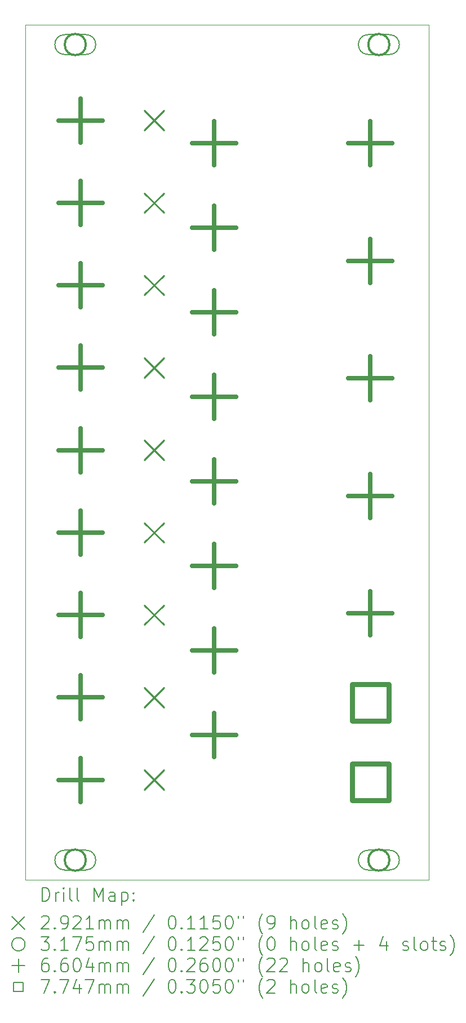
<source format=gbr>
%FSLAX45Y45*%
G04 Gerber Fmt 4.5, Leading zero omitted, Abs format (unit mm)*
G04 Created by KiCad (PCBNEW (5.99.0-12261-ga2c28b18a8)) date 2021-10-12 13:18:50*
%MOMM*%
%LPD*%
G01*
G04 APERTURE LIST*
%TA.AperFunction,Profile*%
%ADD10C,0.100000*%
%TD*%
%ADD11C,0.200000*%
%ADD12C,0.292100*%
%ADD13C,0.317500*%
%ADD14C,0.660400*%
%ADD15C,0.774700*%
G04 APERTURE END LIST*
D10*
X5963700Y881450D02*
X5963700Y-11968550D01*
X-96300Y881450D02*
X-96300Y-11968550D01*
X-96300Y881450D02*
X5963700Y881450D01*
X-96300Y-11968550D02*
X5963700Y-11968550D01*
D11*
D12*
X1689608Y-412750D02*
X1981708Y-704850D01*
X1981708Y-412750D02*
X1689608Y-704850D01*
X1689608Y-1651000D02*
X1981708Y-1943100D01*
X1981708Y-1651000D02*
X1689608Y-1943100D01*
X1689608Y-2889250D02*
X1981708Y-3181350D01*
X1981708Y-2889250D02*
X1689608Y-3181350D01*
X1689608Y-4127500D02*
X1981708Y-4419600D01*
X1981708Y-4127500D02*
X1689608Y-4419600D01*
X1689608Y-5365750D02*
X1981708Y-5657850D01*
X1981708Y-5365750D02*
X1689608Y-5657850D01*
X1689608Y-6604000D02*
X1981708Y-6896100D01*
X1981708Y-6604000D02*
X1689608Y-6896100D01*
X1689608Y-7842250D02*
X1981708Y-8134350D01*
X1981708Y-7842250D02*
X1689608Y-8134350D01*
X1689608Y-9080500D02*
X1981708Y-9372600D01*
X1981708Y-9080500D02*
X1689608Y-9372600D01*
X1689608Y-10318750D02*
X1981708Y-10610850D01*
X1981708Y-10318750D02*
X1689608Y-10610850D01*
D13*
X811750Y581730D02*
G75*
G03*
X811750Y581730I-158750J0D01*
G01*
D11*
X494250Y432980D02*
X811750Y432980D01*
X494250Y730480D02*
X811750Y730480D01*
X811750Y432980D02*
G75*
G03*
X811750Y730480I0J148750D01*
G01*
X494250Y730480D02*
G75*
G03*
X494250Y432980I0J-148750D01*
G01*
D13*
X811750Y-11668830D02*
G75*
G03*
X811750Y-11668830I-158750J0D01*
G01*
D11*
X494250Y-11817580D02*
X811750Y-11817580D01*
X494250Y-11520080D02*
X811750Y-11520080D01*
X811750Y-11817580D02*
G75*
G03*
X811750Y-11520080I0J148750D01*
G01*
X494250Y-11520080D02*
G75*
G03*
X494250Y-11817580I0J-148750D01*
G01*
D13*
X5373150Y581730D02*
G75*
G03*
X5373150Y581730I-158750J0D01*
G01*
D11*
X5055650Y432980D02*
X5373150Y432980D01*
X5055650Y730480D02*
X5373150Y730480D01*
X5373150Y432980D02*
G75*
G03*
X5373150Y730480I0J148750D01*
G01*
X5055650Y730480D02*
G75*
G03*
X5055650Y432980I0J-148750D01*
G01*
D13*
X5373150Y-11668830D02*
G75*
G03*
X5373150Y-11668830I-158750J0D01*
G01*
D11*
X5055650Y-11817580D02*
X5373150Y-11817580D01*
X5055650Y-11520080D02*
X5373150Y-11520080D01*
X5373150Y-11817580D02*
G75*
G03*
X5373150Y-11520080I0J148750D01*
G01*
X5055650Y-11520080D02*
G75*
G03*
X5055650Y-11817580I0J-148750D01*
G01*
D14*
X736600Y-228600D02*
X736600Y-889000D01*
X406400Y-558800D02*
X1066800Y-558800D01*
X736600Y-1466850D02*
X736600Y-2127250D01*
X406400Y-1797050D02*
X1066800Y-1797050D01*
X736600Y-2705100D02*
X736600Y-3365500D01*
X406400Y-3035300D02*
X1066800Y-3035300D01*
X736600Y-3943350D02*
X736600Y-4603750D01*
X406400Y-4273550D02*
X1066800Y-4273550D01*
X736600Y-5181600D02*
X736600Y-5842000D01*
X406400Y-5511800D02*
X1066800Y-5511800D01*
X736600Y-6419850D02*
X736600Y-7080250D01*
X406400Y-6750050D02*
X1066800Y-6750050D01*
X736600Y-7658100D02*
X736600Y-8318500D01*
X406400Y-7988300D02*
X1066800Y-7988300D01*
X736600Y-8896350D02*
X736600Y-9556750D01*
X406400Y-9226550D02*
X1066800Y-9226550D01*
X736600Y-10134600D02*
X736600Y-10795000D01*
X406400Y-10464800D02*
X1066800Y-10464800D01*
X2738120Y-572770D02*
X2738120Y-1233170D01*
X2407920Y-902970D02*
X3068320Y-902970D01*
X2738120Y-1842770D02*
X2738120Y-2503170D01*
X2407920Y-2172970D02*
X3068320Y-2172970D01*
X2738120Y-3112770D02*
X2738120Y-3773170D01*
X2407920Y-3442970D02*
X3068320Y-3442970D01*
X2738120Y-4382770D02*
X2738120Y-5043170D01*
X2407920Y-4712970D02*
X3068320Y-4712970D01*
X2738120Y-5652770D02*
X2738120Y-6313170D01*
X2407920Y-5982970D02*
X3068320Y-5982970D01*
X2738120Y-6922770D02*
X2738120Y-7583170D01*
X2407920Y-7252970D02*
X3068320Y-7252970D01*
X2738120Y-8192770D02*
X2738120Y-8853170D01*
X2407920Y-8522970D02*
X3068320Y-8522970D01*
X2738120Y-9462770D02*
X2738120Y-10123170D01*
X2407920Y-9792970D02*
X3068320Y-9792970D01*
X5087620Y-572770D02*
X5087620Y-1233170D01*
X4757420Y-902970D02*
X5417820Y-902970D01*
X5087620Y-2338070D02*
X5087620Y-2998470D01*
X4757420Y-2668270D02*
X5417820Y-2668270D01*
X5087620Y-4103370D02*
X5087620Y-4763770D01*
X4757420Y-4433570D02*
X5417820Y-4433570D01*
X5087620Y-5868670D02*
X5087620Y-6529070D01*
X4757420Y-6198870D02*
X5417820Y-6198870D01*
X5087620Y-7633970D02*
X5087620Y-8294370D01*
X4757420Y-7964170D02*
X5417820Y-7964170D01*
D15*
X5361520Y-9579190D02*
X5361520Y-9031390D01*
X4813720Y-9031390D01*
X4813720Y-9579190D01*
X5361520Y-9579190D01*
X5361520Y-10772990D02*
X5361520Y-10225190D01*
X4813720Y-10225190D01*
X4813720Y-10772990D01*
X5361520Y-10772990D01*
D11*
X156319Y-12284026D02*
X156319Y-12084026D01*
X203938Y-12084026D01*
X232509Y-12093550D01*
X251557Y-12112598D01*
X261081Y-12131645D01*
X270605Y-12169740D01*
X270605Y-12198312D01*
X261081Y-12236407D01*
X251557Y-12255455D01*
X232509Y-12274502D01*
X203938Y-12284026D01*
X156319Y-12284026D01*
X356319Y-12284026D02*
X356319Y-12150693D01*
X356319Y-12188788D02*
X365843Y-12169740D01*
X375367Y-12160217D01*
X394414Y-12150693D01*
X413462Y-12150693D01*
X480128Y-12284026D02*
X480128Y-12150693D01*
X480128Y-12084026D02*
X470605Y-12093550D01*
X480128Y-12103074D01*
X489652Y-12093550D01*
X480128Y-12084026D01*
X480128Y-12103074D01*
X603938Y-12284026D02*
X584890Y-12274502D01*
X575367Y-12255455D01*
X575367Y-12084026D01*
X708700Y-12284026D02*
X689652Y-12274502D01*
X680129Y-12255455D01*
X680129Y-12084026D01*
X937271Y-12284026D02*
X937271Y-12084026D01*
X1003938Y-12226883D01*
X1070605Y-12084026D01*
X1070605Y-12284026D01*
X1251557Y-12284026D02*
X1251557Y-12179264D01*
X1242033Y-12160217D01*
X1222986Y-12150693D01*
X1184890Y-12150693D01*
X1165843Y-12160217D01*
X1251557Y-12274502D02*
X1232510Y-12284026D01*
X1184890Y-12284026D01*
X1165843Y-12274502D01*
X1156319Y-12255455D01*
X1156319Y-12236407D01*
X1165843Y-12217359D01*
X1184890Y-12207836D01*
X1232510Y-12207836D01*
X1251557Y-12198312D01*
X1346795Y-12150693D02*
X1346795Y-12350693D01*
X1346795Y-12160217D02*
X1365843Y-12150693D01*
X1403938Y-12150693D01*
X1422986Y-12160217D01*
X1432509Y-12169740D01*
X1442033Y-12188788D01*
X1442033Y-12245931D01*
X1432509Y-12264978D01*
X1422986Y-12274502D01*
X1403938Y-12284026D01*
X1365843Y-12284026D01*
X1346795Y-12274502D01*
X1527748Y-12264978D02*
X1537271Y-12274502D01*
X1527748Y-12284026D01*
X1518224Y-12274502D01*
X1527748Y-12264978D01*
X1527748Y-12284026D01*
X1527748Y-12160217D02*
X1537271Y-12169740D01*
X1527748Y-12179264D01*
X1518224Y-12169740D01*
X1527748Y-12160217D01*
X1527748Y-12179264D01*
X-301300Y-12513550D02*
X-101300Y-12713550D01*
X-101300Y-12513550D02*
X-301300Y-12713550D01*
X146795Y-12523074D02*
X156319Y-12513550D01*
X175367Y-12504026D01*
X222986Y-12504026D01*
X242033Y-12513550D01*
X251557Y-12523074D01*
X261081Y-12542121D01*
X261081Y-12561169D01*
X251557Y-12589740D01*
X137271Y-12704026D01*
X261081Y-12704026D01*
X346795Y-12684978D02*
X356319Y-12694502D01*
X346795Y-12704026D01*
X337271Y-12694502D01*
X346795Y-12684978D01*
X346795Y-12704026D01*
X451557Y-12704026D02*
X489652Y-12704026D01*
X508700Y-12694502D01*
X518224Y-12684978D01*
X537271Y-12656407D01*
X546795Y-12618312D01*
X546795Y-12542121D01*
X537271Y-12523074D01*
X527748Y-12513550D01*
X508700Y-12504026D01*
X470605Y-12504026D01*
X451557Y-12513550D01*
X442033Y-12523074D01*
X432509Y-12542121D01*
X432509Y-12589740D01*
X442033Y-12608788D01*
X451557Y-12618312D01*
X470605Y-12627836D01*
X508700Y-12627836D01*
X527748Y-12618312D01*
X537271Y-12608788D01*
X546795Y-12589740D01*
X622986Y-12523074D02*
X632510Y-12513550D01*
X651557Y-12504026D01*
X699176Y-12504026D01*
X718224Y-12513550D01*
X727748Y-12523074D01*
X737271Y-12542121D01*
X737271Y-12561169D01*
X727748Y-12589740D01*
X613462Y-12704026D01*
X737271Y-12704026D01*
X927748Y-12704026D02*
X813462Y-12704026D01*
X870605Y-12704026D02*
X870605Y-12504026D01*
X851557Y-12532598D01*
X832509Y-12551645D01*
X813462Y-12561169D01*
X1013462Y-12704026D02*
X1013462Y-12570693D01*
X1013462Y-12589740D02*
X1022986Y-12580217D01*
X1042033Y-12570693D01*
X1070605Y-12570693D01*
X1089652Y-12580217D01*
X1099176Y-12599264D01*
X1099176Y-12704026D01*
X1099176Y-12599264D02*
X1108700Y-12580217D01*
X1127748Y-12570693D01*
X1156319Y-12570693D01*
X1175367Y-12580217D01*
X1184890Y-12599264D01*
X1184890Y-12704026D01*
X1280129Y-12704026D02*
X1280129Y-12570693D01*
X1280129Y-12589740D02*
X1289652Y-12580217D01*
X1308700Y-12570693D01*
X1337271Y-12570693D01*
X1356319Y-12580217D01*
X1365843Y-12599264D01*
X1365843Y-12704026D01*
X1365843Y-12599264D02*
X1375367Y-12580217D01*
X1394414Y-12570693D01*
X1422986Y-12570693D01*
X1442033Y-12580217D01*
X1451557Y-12599264D01*
X1451557Y-12704026D01*
X1842033Y-12494502D02*
X1670605Y-12751645D01*
X2099176Y-12504026D02*
X2118224Y-12504026D01*
X2137271Y-12513550D01*
X2146795Y-12523074D01*
X2156319Y-12542121D01*
X2165843Y-12580217D01*
X2165843Y-12627836D01*
X2156319Y-12665931D01*
X2146795Y-12684978D01*
X2137271Y-12694502D01*
X2118224Y-12704026D01*
X2099176Y-12704026D01*
X2080128Y-12694502D01*
X2070605Y-12684978D01*
X2061081Y-12665931D01*
X2051557Y-12627836D01*
X2051557Y-12580217D01*
X2061081Y-12542121D01*
X2070605Y-12523074D01*
X2080128Y-12513550D01*
X2099176Y-12504026D01*
X2251557Y-12684978D02*
X2261081Y-12694502D01*
X2251557Y-12704026D01*
X2242033Y-12694502D01*
X2251557Y-12684978D01*
X2251557Y-12704026D01*
X2451557Y-12704026D02*
X2337271Y-12704026D01*
X2394414Y-12704026D02*
X2394414Y-12504026D01*
X2375367Y-12532598D01*
X2356319Y-12551645D01*
X2337271Y-12561169D01*
X2642033Y-12704026D02*
X2527748Y-12704026D01*
X2584890Y-12704026D02*
X2584890Y-12504026D01*
X2565843Y-12532598D01*
X2546795Y-12551645D01*
X2527748Y-12561169D01*
X2822986Y-12504026D02*
X2727748Y-12504026D01*
X2718224Y-12599264D01*
X2727748Y-12589740D01*
X2746795Y-12580217D01*
X2794414Y-12580217D01*
X2813462Y-12589740D01*
X2822986Y-12599264D01*
X2832509Y-12618312D01*
X2832509Y-12665931D01*
X2822986Y-12684978D01*
X2813462Y-12694502D01*
X2794414Y-12704026D01*
X2746795Y-12704026D01*
X2727748Y-12694502D01*
X2718224Y-12684978D01*
X2956319Y-12504026D02*
X2975367Y-12504026D01*
X2994414Y-12513550D01*
X3003938Y-12523074D01*
X3013462Y-12542121D01*
X3022986Y-12580217D01*
X3022986Y-12627836D01*
X3013462Y-12665931D01*
X3003938Y-12684978D01*
X2994414Y-12694502D01*
X2975367Y-12704026D01*
X2956319Y-12704026D01*
X2937271Y-12694502D01*
X2927748Y-12684978D01*
X2918224Y-12665931D01*
X2908700Y-12627836D01*
X2908700Y-12580217D01*
X2918224Y-12542121D01*
X2927748Y-12523074D01*
X2937271Y-12513550D01*
X2956319Y-12504026D01*
X3099176Y-12504026D02*
X3099176Y-12542121D01*
X3175367Y-12504026D02*
X3175367Y-12542121D01*
X3470605Y-12780217D02*
X3461081Y-12770693D01*
X3442033Y-12742121D01*
X3432509Y-12723074D01*
X3422986Y-12694502D01*
X3413462Y-12646883D01*
X3413462Y-12608788D01*
X3422986Y-12561169D01*
X3432509Y-12532598D01*
X3442033Y-12513550D01*
X3461081Y-12484978D01*
X3470605Y-12475455D01*
X3556319Y-12704026D02*
X3594414Y-12704026D01*
X3613462Y-12694502D01*
X3622986Y-12684978D01*
X3642033Y-12656407D01*
X3651557Y-12618312D01*
X3651557Y-12542121D01*
X3642033Y-12523074D01*
X3632509Y-12513550D01*
X3613462Y-12504026D01*
X3575367Y-12504026D01*
X3556319Y-12513550D01*
X3546795Y-12523074D01*
X3537271Y-12542121D01*
X3537271Y-12589740D01*
X3546795Y-12608788D01*
X3556319Y-12618312D01*
X3575367Y-12627836D01*
X3613462Y-12627836D01*
X3632509Y-12618312D01*
X3642033Y-12608788D01*
X3651557Y-12589740D01*
X3889652Y-12704026D02*
X3889652Y-12504026D01*
X3975367Y-12704026D02*
X3975367Y-12599264D01*
X3965843Y-12580217D01*
X3946795Y-12570693D01*
X3918224Y-12570693D01*
X3899176Y-12580217D01*
X3889652Y-12589740D01*
X4099176Y-12704026D02*
X4080128Y-12694502D01*
X4070605Y-12684978D01*
X4061081Y-12665931D01*
X4061081Y-12608788D01*
X4070605Y-12589740D01*
X4080128Y-12580217D01*
X4099176Y-12570693D01*
X4127748Y-12570693D01*
X4146795Y-12580217D01*
X4156319Y-12589740D01*
X4165843Y-12608788D01*
X4165843Y-12665931D01*
X4156319Y-12684978D01*
X4146795Y-12694502D01*
X4127748Y-12704026D01*
X4099176Y-12704026D01*
X4280129Y-12704026D02*
X4261081Y-12694502D01*
X4251557Y-12675455D01*
X4251557Y-12504026D01*
X4432510Y-12694502D02*
X4413462Y-12704026D01*
X4375367Y-12704026D01*
X4356319Y-12694502D01*
X4346795Y-12675455D01*
X4346795Y-12599264D01*
X4356319Y-12580217D01*
X4375367Y-12570693D01*
X4413462Y-12570693D01*
X4432510Y-12580217D01*
X4442033Y-12599264D01*
X4442033Y-12618312D01*
X4346795Y-12637359D01*
X4518224Y-12694502D02*
X4537271Y-12704026D01*
X4575367Y-12704026D01*
X4594414Y-12694502D01*
X4603938Y-12675455D01*
X4603938Y-12665931D01*
X4594414Y-12646883D01*
X4575367Y-12637359D01*
X4546795Y-12637359D01*
X4527748Y-12627836D01*
X4518224Y-12608788D01*
X4518224Y-12599264D01*
X4527748Y-12580217D01*
X4546795Y-12570693D01*
X4575367Y-12570693D01*
X4594414Y-12580217D01*
X4670605Y-12780217D02*
X4680129Y-12770693D01*
X4699176Y-12742121D01*
X4708700Y-12723074D01*
X4718224Y-12694502D01*
X4727748Y-12646883D01*
X4727748Y-12608788D01*
X4718224Y-12561169D01*
X4708700Y-12532598D01*
X4699176Y-12513550D01*
X4680129Y-12484978D01*
X4670605Y-12475455D01*
X-101300Y-12933550D02*
G75*
G03*
X-101300Y-12933550I-100000J0D01*
G01*
X137271Y-12824026D02*
X261081Y-12824026D01*
X194414Y-12900217D01*
X222986Y-12900217D01*
X242033Y-12909740D01*
X251557Y-12919264D01*
X261081Y-12938312D01*
X261081Y-12985931D01*
X251557Y-13004978D01*
X242033Y-13014502D01*
X222986Y-13024026D01*
X165843Y-13024026D01*
X146795Y-13014502D01*
X137271Y-13004978D01*
X346795Y-13004978D02*
X356319Y-13014502D01*
X346795Y-13024026D01*
X337271Y-13014502D01*
X346795Y-13004978D01*
X346795Y-13024026D01*
X546795Y-13024026D02*
X432509Y-13024026D01*
X489652Y-13024026D02*
X489652Y-12824026D01*
X470605Y-12852598D01*
X451557Y-12871645D01*
X432509Y-12881169D01*
X613462Y-12824026D02*
X746795Y-12824026D01*
X661081Y-13024026D01*
X918224Y-12824026D02*
X822986Y-12824026D01*
X813462Y-12919264D01*
X822986Y-12909740D01*
X842033Y-12900217D01*
X889652Y-12900217D01*
X908700Y-12909740D01*
X918224Y-12919264D01*
X927748Y-12938312D01*
X927748Y-12985931D01*
X918224Y-13004978D01*
X908700Y-13014502D01*
X889652Y-13024026D01*
X842033Y-13024026D01*
X822986Y-13014502D01*
X813462Y-13004978D01*
X1013462Y-13024026D02*
X1013462Y-12890693D01*
X1013462Y-12909740D02*
X1022986Y-12900217D01*
X1042033Y-12890693D01*
X1070605Y-12890693D01*
X1089652Y-12900217D01*
X1099176Y-12919264D01*
X1099176Y-13024026D01*
X1099176Y-12919264D02*
X1108700Y-12900217D01*
X1127748Y-12890693D01*
X1156319Y-12890693D01*
X1175367Y-12900217D01*
X1184890Y-12919264D01*
X1184890Y-13024026D01*
X1280129Y-13024026D02*
X1280129Y-12890693D01*
X1280129Y-12909740D02*
X1289652Y-12900217D01*
X1308700Y-12890693D01*
X1337271Y-12890693D01*
X1356319Y-12900217D01*
X1365843Y-12919264D01*
X1365843Y-13024026D01*
X1365843Y-12919264D02*
X1375367Y-12900217D01*
X1394414Y-12890693D01*
X1422986Y-12890693D01*
X1442033Y-12900217D01*
X1451557Y-12919264D01*
X1451557Y-13024026D01*
X1842033Y-12814502D02*
X1670605Y-13071645D01*
X2099176Y-12824026D02*
X2118224Y-12824026D01*
X2137271Y-12833550D01*
X2146795Y-12843074D01*
X2156319Y-12862121D01*
X2165843Y-12900217D01*
X2165843Y-12947836D01*
X2156319Y-12985931D01*
X2146795Y-13004978D01*
X2137271Y-13014502D01*
X2118224Y-13024026D01*
X2099176Y-13024026D01*
X2080128Y-13014502D01*
X2070605Y-13004978D01*
X2061081Y-12985931D01*
X2051557Y-12947836D01*
X2051557Y-12900217D01*
X2061081Y-12862121D01*
X2070605Y-12843074D01*
X2080128Y-12833550D01*
X2099176Y-12824026D01*
X2251557Y-13004978D02*
X2261081Y-13014502D01*
X2251557Y-13024026D01*
X2242033Y-13014502D01*
X2251557Y-13004978D01*
X2251557Y-13024026D01*
X2451557Y-13024026D02*
X2337271Y-13024026D01*
X2394414Y-13024026D02*
X2394414Y-12824026D01*
X2375367Y-12852598D01*
X2356319Y-12871645D01*
X2337271Y-12881169D01*
X2527748Y-12843074D02*
X2537271Y-12833550D01*
X2556319Y-12824026D01*
X2603938Y-12824026D01*
X2622986Y-12833550D01*
X2632510Y-12843074D01*
X2642033Y-12862121D01*
X2642033Y-12881169D01*
X2632510Y-12909740D01*
X2518224Y-13024026D01*
X2642033Y-13024026D01*
X2822986Y-12824026D02*
X2727748Y-12824026D01*
X2718224Y-12919264D01*
X2727748Y-12909740D01*
X2746795Y-12900217D01*
X2794414Y-12900217D01*
X2813462Y-12909740D01*
X2822986Y-12919264D01*
X2832509Y-12938312D01*
X2832509Y-12985931D01*
X2822986Y-13004978D01*
X2813462Y-13014502D01*
X2794414Y-13024026D01*
X2746795Y-13024026D01*
X2727748Y-13014502D01*
X2718224Y-13004978D01*
X2956319Y-12824026D02*
X2975367Y-12824026D01*
X2994414Y-12833550D01*
X3003938Y-12843074D01*
X3013462Y-12862121D01*
X3022986Y-12900217D01*
X3022986Y-12947836D01*
X3013462Y-12985931D01*
X3003938Y-13004978D01*
X2994414Y-13014502D01*
X2975367Y-13024026D01*
X2956319Y-13024026D01*
X2937271Y-13014502D01*
X2927748Y-13004978D01*
X2918224Y-12985931D01*
X2908700Y-12947836D01*
X2908700Y-12900217D01*
X2918224Y-12862121D01*
X2927748Y-12843074D01*
X2937271Y-12833550D01*
X2956319Y-12824026D01*
X3099176Y-12824026D02*
X3099176Y-12862121D01*
X3175367Y-12824026D02*
X3175367Y-12862121D01*
X3470605Y-13100217D02*
X3461081Y-13090693D01*
X3442033Y-13062121D01*
X3432509Y-13043074D01*
X3422986Y-13014502D01*
X3413462Y-12966883D01*
X3413462Y-12928788D01*
X3422986Y-12881169D01*
X3432509Y-12852598D01*
X3442033Y-12833550D01*
X3461081Y-12804978D01*
X3470605Y-12795455D01*
X3584890Y-12824026D02*
X3603938Y-12824026D01*
X3622986Y-12833550D01*
X3632509Y-12843074D01*
X3642033Y-12862121D01*
X3651557Y-12900217D01*
X3651557Y-12947836D01*
X3642033Y-12985931D01*
X3632509Y-13004978D01*
X3622986Y-13014502D01*
X3603938Y-13024026D01*
X3584890Y-13024026D01*
X3565843Y-13014502D01*
X3556319Y-13004978D01*
X3546795Y-12985931D01*
X3537271Y-12947836D01*
X3537271Y-12900217D01*
X3546795Y-12862121D01*
X3556319Y-12843074D01*
X3565843Y-12833550D01*
X3584890Y-12824026D01*
X3889652Y-13024026D02*
X3889652Y-12824026D01*
X3975367Y-13024026D02*
X3975367Y-12919264D01*
X3965843Y-12900217D01*
X3946795Y-12890693D01*
X3918224Y-12890693D01*
X3899176Y-12900217D01*
X3889652Y-12909740D01*
X4099176Y-13024026D02*
X4080128Y-13014502D01*
X4070605Y-13004978D01*
X4061081Y-12985931D01*
X4061081Y-12928788D01*
X4070605Y-12909740D01*
X4080128Y-12900217D01*
X4099176Y-12890693D01*
X4127748Y-12890693D01*
X4146795Y-12900217D01*
X4156319Y-12909740D01*
X4165843Y-12928788D01*
X4165843Y-12985931D01*
X4156319Y-13004978D01*
X4146795Y-13014502D01*
X4127748Y-13024026D01*
X4099176Y-13024026D01*
X4280129Y-13024026D02*
X4261081Y-13014502D01*
X4251557Y-12995455D01*
X4251557Y-12824026D01*
X4432510Y-13014502D02*
X4413462Y-13024026D01*
X4375367Y-13024026D01*
X4356319Y-13014502D01*
X4346795Y-12995455D01*
X4346795Y-12919264D01*
X4356319Y-12900217D01*
X4375367Y-12890693D01*
X4413462Y-12890693D01*
X4432510Y-12900217D01*
X4442033Y-12919264D01*
X4442033Y-12938312D01*
X4346795Y-12957359D01*
X4518224Y-13014502D02*
X4537271Y-13024026D01*
X4575367Y-13024026D01*
X4594414Y-13014502D01*
X4603938Y-12995455D01*
X4603938Y-12985931D01*
X4594414Y-12966883D01*
X4575367Y-12957359D01*
X4546795Y-12957359D01*
X4527748Y-12947836D01*
X4518224Y-12928788D01*
X4518224Y-12919264D01*
X4527748Y-12900217D01*
X4546795Y-12890693D01*
X4575367Y-12890693D01*
X4594414Y-12900217D01*
X4842033Y-12947836D02*
X4994414Y-12947836D01*
X4918224Y-13024026D02*
X4918224Y-12871645D01*
X5327748Y-12890693D02*
X5327748Y-13024026D01*
X5280129Y-12814502D02*
X5232510Y-12957359D01*
X5356319Y-12957359D01*
X5575367Y-13014502D02*
X5594414Y-13024026D01*
X5632509Y-13024026D01*
X5651557Y-13014502D01*
X5661081Y-12995455D01*
X5661081Y-12985931D01*
X5651557Y-12966883D01*
X5632509Y-12957359D01*
X5603938Y-12957359D01*
X5584890Y-12947836D01*
X5575367Y-12928788D01*
X5575367Y-12919264D01*
X5584890Y-12900217D01*
X5603938Y-12890693D01*
X5632509Y-12890693D01*
X5651557Y-12900217D01*
X5775367Y-13024026D02*
X5756319Y-13014502D01*
X5746795Y-12995455D01*
X5746795Y-12824026D01*
X5880128Y-13024026D02*
X5861081Y-13014502D01*
X5851557Y-13004978D01*
X5842033Y-12985931D01*
X5842033Y-12928788D01*
X5851557Y-12909740D01*
X5861081Y-12900217D01*
X5880128Y-12890693D01*
X5908700Y-12890693D01*
X5927748Y-12900217D01*
X5937271Y-12909740D01*
X5946795Y-12928788D01*
X5946795Y-12985931D01*
X5937271Y-13004978D01*
X5927748Y-13014502D01*
X5908700Y-13024026D01*
X5880128Y-13024026D01*
X6003938Y-12890693D02*
X6080128Y-12890693D01*
X6032509Y-12824026D02*
X6032509Y-12995455D01*
X6042033Y-13014502D01*
X6061081Y-13024026D01*
X6080128Y-13024026D01*
X6137271Y-13014502D02*
X6156319Y-13024026D01*
X6194414Y-13024026D01*
X6213462Y-13014502D01*
X6222986Y-12995455D01*
X6222986Y-12985931D01*
X6213462Y-12966883D01*
X6194414Y-12957359D01*
X6165843Y-12957359D01*
X6146795Y-12947836D01*
X6137271Y-12928788D01*
X6137271Y-12919264D01*
X6146795Y-12900217D01*
X6165843Y-12890693D01*
X6194414Y-12890693D01*
X6213462Y-12900217D01*
X6289652Y-13100217D02*
X6299176Y-13090693D01*
X6318224Y-13062121D01*
X6327748Y-13043074D01*
X6337271Y-13014502D01*
X6346795Y-12966883D01*
X6346795Y-12928788D01*
X6337271Y-12881169D01*
X6327748Y-12852598D01*
X6318224Y-12833550D01*
X6299176Y-12804978D01*
X6289652Y-12795455D01*
X-201300Y-13153550D02*
X-201300Y-13353550D01*
X-301300Y-13253550D02*
X-101300Y-13253550D01*
X242033Y-13144026D02*
X203938Y-13144026D01*
X184890Y-13153550D01*
X175367Y-13163074D01*
X156319Y-13191645D01*
X146795Y-13229740D01*
X146795Y-13305931D01*
X156319Y-13324978D01*
X165843Y-13334502D01*
X184890Y-13344026D01*
X222986Y-13344026D01*
X242033Y-13334502D01*
X251557Y-13324978D01*
X261081Y-13305931D01*
X261081Y-13258312D01*
X251557Y-13239264D01*
X242033Y-13229740D01*
X222986Y-13220217D01*
X184890Y-13220217D01*
X165843Y-13229740D01*
X156319Y-13239264D01*
X146795Y-13258312D01*
X346795Y-13324978D02*
X356319Y-13334502D01*
X346795Y-13344026D01*
X337271Y-13334502D01*
X346795Y-13324978D01*
X346795Y-13344026D01*
X527748Y-13144026D02*
X489652Y-13144026D01*
X470605Y-13153550D01*
X461081Y-13163074D01*
X442033Y-13191645D01*
X432509Y-13229740D01*
X432509Y-13305931D01*
X442033Y-13324978D01*
X451557Y-13334502D01*
X470605Y-13344026D01*
X508700Y-13344026D01*
X527748Y-13334502D01*
X537271Y-13324978D01*
X546795Y-13305931D01*
X546795Y-13258312D01*
X537271Y-13239264D01*
X527748Y-13229740D01*
X508700Y-13220217D01*
X470605Y-13220217D01*
X451557Y-13229740D01*
X442033Y-13239264D01*
X432509Y-13258312D01*
X670605Y-13144026D02*
X689652Y-13144026D01*
X708700Y-13153550D01*
X718224Y-13163074D01*
X727748Y-13182121D01*
X737271Y-13220217D01*
X737271Y-13267836D01*
X727748Y-13305931D01*
X718224Y-13324978D01*
X708700Y-13334502D01*
X689652Y-13344026D01*
X670605Y-13344026D01*
X651557Y-13334502D01*
X642033Y-13324978D01*
X632510Y-13305931D01*
X622986Y-13267836D01*
X622986Y-13220217D01*
X632510Y-13182121D01*
X642033Y-13163074D01*
X651557Y-13153550D01*
X670605Y-13144026D01*
X908700Y-13210693D02*
X908700Y-13344026D01*
X861081Y-13134502D02*
X813462Y-13277359D01*
X937271Y-13277359D01*
X1013462Y-13344026D02*
X1013462Y-13210693D01*
X1013462Y-13229740D02*
X1022986Y-13220217D01*
X1042033Y-13210693D01*
X1070605Y-13210693D01*
X1089652Y-13220217D01*
X1099176Y-13239264D01*
X1099176Y-13344026D01*
X1099176Y-13239264D02*
X1108700Y-13220217D01*
X1127748Y-13210693D01*
X1156319Y-13210693D01*
X1175367Y-13220217D01*
X1184890Y-13239264D01*
X1184890Y-13344026D01*
X1280129Y-13344026D02*
X1280129Y-13210693D01*
X1280129Y-13229740D02*
X1289652Y-13220217D01*
X1308700Y-13210693D01*
X1337271Y-13210693D01*
X1356319Y-13220217D01*
X1365843Y-13239264D01*
X1365843Y-13344026D01*
X1365843Y-13239264D02*
X1375367Y-13220217D01*
X1394414Y-13210693D01*
X1422986Y-13210693D01*
X1442033Y-13220217D01*
X1451557Y-13239264D01*
X1451557Y-13344026D01*
X1842033Y-13134502D02*
X1670605Y-13391645D01*
X2099176Y-13144026D02*
X2118224Y-13144026D01*
X2137271Y-13153550D01*
X2146795Y-13163074D01*
X2156319Y-13182121D01*
X2165843Y-13220217D01*
X2165843Y-13267836D01*
X2156319Y-13305931D01*
X2146795Y-13324978D01*
X2137271Y-13334502D01*
X2118224Y-13344026D01*
X2099176Y-13344026D01*
X2080128Y-13334502D01*
X2070605Y-13324978D01*
X2061081Y-13305931D01*
X2051557Y-13267836D01*
X2051557Y-13220217D01*
X2061081Y-13182121D01*
X2070605Y-13163074D01*
X2080128Y-13153550D01*
X2099176Y-13144026D01*
X2251557Y-13324978D02*
X2261081Y-13334502D01*
X2251557Y-13344026D01*
X2242033Y-13334502D01*
X2251557Y-13324978D01*
X2251557Y-13344026D01*
X2337271Y-13163074D02*
X2346795Y-13153550D01*
X2365843Y-13144026D01*
X2413462Y-13144026D01*
X2432510Y-13153550D01*
X2442033Y-13163074D01*
X2451557Y-13182121D01*
X2451557Y-13201169D01*
X2442033Y-13229740D01*
X2327748Y-13344026D01*
X2451557Y-13344026D01*
X2622986Y-13144026D02*
X2584890Y-13144026D01*
X2565843Y-13153550D01*
X2556319Y-13163074D01*
X2537271Y-13191645D01*
X2527748Y-13229740D01*
X2527748Y-13305931D01*
X2537271Y-13324978D01*
X2546795Y-13334502D01*
X2565843Y-13344026D01*
X2603938Y-13344026D01*
X2622986Y-13334502D01*
X2632510Y-13324978D01*
X2642033Y-13305931D01*
X2642033Y-13258312D01*
X2632510Y-13239264D01*
X2622986Y-13229740D01*
X2603938Y-13220217D01*
X2565843Y-13220217D01*
X2546795Y-13229740D01*
X2537271Y-13239264D01*
X2527748Y-13258312D01*
X2765843Y-13144026D02*
X2784890Y-13144026D01*
X2803938Y-13153550D01*
X2813462Y-13163074D01*
X2822986Y-13182121D01*
X2832509Y-13220217D01*
X2832509Y-13267836D01*
X2822986Y-13305931D01*
X2813462Y-13324978D01*
X2803938Y-13334502D01*
X2784890Y-13344026D01*
X2765843Y-13344026D01*
X2746795Y-13334502D01*
X2737271Y-13324978D01*
X2727748Y-13305931D01*
X2718224Y-13267836D01*
X2718224Y-13220217D01*
X2727748Y-13182121D01*
X2737271Y-13163074D01*
X2746795Y-13153550D01*
X2765843Y-13144026D01*
X2956319Y-13144026D02*
X2975367Y-13144026D01*
X2994414Y-13153550D01*
X3003938Y-13163074D01*
X3013462Y-13182121D01*
X3022986Y-13220217D01*
X3022986Y-13267836D01*
X3013462Y-13305931D01*
X3003938Y-13324978D01*
X2994414Y-13334502D01*
X2975367Y-13344026D01*
X2956319Y-13344026D01*
X2937271Y-13334502D01*
X2927748Y-13324978D01*
X2918224Y-13305931D01*
X2908700Y-13267836D01*
X2908700Y-13220217D01*
X2918224Y-13182121D01*
X2927748Y-13163074D01*
X2937271Y-13153550D01*
X2956319Y-13144026D01*
X3099176Y-13144026D02*
X3099176Y-13182121D01*
X3175367Y-13144026D02*
X3175367Y-13182121D01*
X3470605Y-13420217D02*
X3461081Y-13410693D01*
X3442033Y-13382121D01*
X3432509Y-13363074D01*
X3422986Y-13334502D01*
X3413462Y-13286883D01*
X3413462Y-13248788D01*
X3422986Y-13201169D01*
X3432509Y-13172598D01*
X3442033Y-13153550D01*
X3461081Y-13124978D01*
X3470605Y-13115455D01*
X3537271Y-13163074D02*
X3546795Y-13153550D01*
X3565843Y-13144026D01*
X3613462Y-13144026D01*
X3632509Y-13153550D01*
X3642033Y-13163074D01*
X3651557Y-13182121D01*
X3651557Y-13201169D01*
X3642033Y-13229740D01*
X3527748Y-13344026D01*
X3651557Y-13344026D01*
X3727748Y-13163074D02*
X3737271Y-13153550D01*
X3756319Y-13144026D01*
X3803938Y-13144026D01*
X3822986Y-13153550D01*
X3832509Y-13163074D01*
X3842033Y-13182121D01*
X3842033Y-13201169D01*
X3832509Y-13229740D01*
X3718224Y-13344026D01*
X3842033Y-13344026D01*
X4080128Y-13344026D02*
X4080128Y-13144026D01*
X4165843Y-13344026D02*
X4165843Y-13239264D01*
X4156319Y-13220217D01*
X4137271Y-13210693D01*
X4108700Y-13210693D01*
X4089652Y-13220217D01*
X4080128Y-13229740D01*
X4289652Y-13344026D02*
X4270605Y-13334502D01*
X4261081Y-13324978D01*
X4251557Y-13305931D01*
X4251557Y-13248788D01*
X4261081Y-13229740D01*
X4270605Y-13220217D01*
X4289652Y-13210693D01*
X4318224Y-13210693D01*
X4337271Y-13220217D01*
X4346795Y-13229740D01*
X4356319Y-13248788D01*
X4356319Y-13305931D01*
X4346795Y-13324978D01*
X4337271Y-13334502D01*
X4318224Y-13344026D01*
X4289652Y-13344026D01*
X4470605Y-13344026D02*
X4451557Y-13334502D01*
X4442033Y-13315455D01*
X4442033Y-13144026D01*
X4622986Y-13334502D02*
X4603938Y-13344026D01*
X4565843Y-13344026D01*
X4546795Y-13334502D01*
X4537271Y-13315455D01*
X4537271Y-13239264D01*
X4546795Y-13220217D01*
X4565843Y-13210693D01*
X4603938Y-13210693D01*
X4622986Y-13220217D01*
X4632510Y-13239264D01*
X4632510Y-13258312D01*
X4537271Y-13277359D01*
X4708700Y-13334502D02*
X4727748Y-13344026D01*
X4765843Y-13344026D01*
X4784890Y-13334502D01*
X4794414Y-13315455D01*
X4794414Y-13305931D01*
X4784890Y-13286883D01*
X4765843Y-13277359D01*
X4737271Y-13277359D01*
X4718224Y-13267836D01*
X4708700Y-13248788D01*
X4708700Y-13239264D01*
X4718224Y-13220217D01*
X4737271Y-13210693D01*
X4765843Y-13210693D01*
X4784890Y-13220217D01*
X4861081Y-13420217D02*
X4870605Y-13410693D01*
X4889652Y-13382121D01*
X4899176Y-13363074D01*
X4908700Y-13334502D01*
X4918224Y-13286883D01*
X4918224Y-13248788D01*
X4908700Y-13201169D01*
X4899176Y-13172598D01*
X4889652Y-13153550D01*
X4870605Y-13124978D01*
X4861081Y-13115455D01*
X-130589Y-13644261D02*
X-130589Y-13502839D01*
X-272011Y-13502839D01*
X-272011Y-13644261D01*
X-130589Y-13644261D01*
X137271Y-13464026D02*
X270605Y-13464026D01*
X184890Y-13664026D01*
X346795Y-13644978D02*
X356319Y-13654502D01*
X346795Y-13664026D01*
X337271Y-13654502D01*
X346795Y-13644978D01*
X346795Y-13664026D01*
X422986Y-13464026D02*
X556319Y-13464026D01*
X470605Y-13664026D01*
X718224Y-13530693D02*
X718224Y-13664026D01*
X670605Y-13454502D02*
X622986Y-13597359D01*
X746795Y-13597359D01*
X803938Y-13464026D02*
X937271Y-13464026D01*
X851557Y-13664026D01*
X1013462Y-13664026D02*
X1013462Y-13530693D01*
X1013462Y-13549740D02*
X1022986Y-13540217D01*
X1042033Y-13530693D01*
X1070605Y-13530693D01*
X1089652Y-13540217D01*
X1099176Y-13559264D01*
X1099176Y-13664026D01*
X1099176Y-13559264D02*
X1108700Y-13540217D01*
X1127748Y-13530693D01*
X1156319Y-13530693D01*
X1175367Y-13540217D01*
X1184890Y-13559264D01*
X1184890Y-13664026D01*
X1280129Y-13664026D02*
X1280129Y-13530693D01*
X1280129Y-13549740D02*
X1289652Y-13540217D01*
X1308700Y-13530693D01*
X1337271Y-13530693D01*
X1356319Y-13540217D01*
X1365843Y-13559264D01*
X1365843Y-13664026D01*
X1365843Y-13559264D02*
X1375367Y-13540217D01*
X1394414Y-13530693D01*
X1422986Y-13530693D01*
X1442033Y-13540217D01*
X1451557Y-13559264D01*
X1451557Y-13664026D01*
X1842033Y-13454502D02*
X1670605Y-13711645D01*
X2099176Y-13464026D02*
X2118224Y-13464026D01*
X2137271Y-13473550D01*
X2146795Y-13483074D01*
X2156319Y-13502121D01*
X2165843Y-13540217D01*
X2165843Y-13587836D01*
X2156319Y-13625931D01*
X2146795Y-13644978D01*
X2137271Y-13654502D01*
X2118224Y-13664026D01*
X2099176Y-13664026D01*
X2080128Y-13654502D01*
X2070605Y-13644978D01*
X2061081Y-13625931D01*
X2051557Y-13587836D01*
X2051557Y-13540217D01*
X2061081Y-13502121D01*
X2070605Y-13483074D01*
X2080128Y-13473550D01*
X2099176Y-13464026D01*
X2251557Y-13644978D02*
X2261081Y-13654502D01*
X2251557Y-13664026D01*
X2242033Y-13654502D01*
X2251557Y-13644978D01*
X2251557Y-13664026D01*
X2327748Y-13464026D02*
X2451557Y-13464026D01*
X2384890Y-13540217D01*
X2413462Y-13540217D01*
X2432510Y-13549740D01*
X2442033Y-13559264D01*
X2451557Y-13578312D01*
X2451557Y-13625931D01*
X2442033Y-13644978D01*
X2432510Y-13654502D01*
X2413462Y-13664026D01*
X2356319Y-13664026D01*
X2337271Y-13654502D01*
X2327748Y-13644978D01*
X2575367Y-13464026D02*
X2594414Y-13464026D01*
X2613462Y-13473550D01*
X2622986Y-13483074D01*
X2632510Y-13502121D01*
X2642033Y-13540217D01*
X2642033Y-13587836D01*
X2632510Y-13625931D01*
X2622986Y-13644978D01*
X2613462Y-13654502D01*
X2594414Y-13664026D01*
X2575367Y-13664026D01*
X2556319Y-13654502D01*
X2546795Y-13644978D01*
X2537271Y-13625931D01*
X2527748Y-13587836D01*
X2527748Y-13540217D01*
X2537271Y-13502121D01*
X2546795Y-13483074D01*
X2556319Y-13473550D01*
X2575367Y-13464026D01*
X2822986Y-13464026D02*
X2727748Y-13464026D01*
X2718224Y-13559264D01*
X2727748Y-13549740D01*
X2746795Y-13540217D01*
X2794414Y-13540217D01*
X2813462Y-13549740D01*
X2822986Y-13559264D01*
X2832509Y-13578312D01*
X2832509Y-13625931D01*
X2822986Y-13644978D01*
X2813462Y-13654502D01*
X2794414Y-13664026D01*
X2746795Y-13664026D01*
X2727748Y-13654502D01*
X2718224Y-13644978D01*
X2956319Y-13464026D02*
X2975367Y-13464026D01*
X2994414Y-13473550D01*
X3003938Y-13483074D01*
X3013462Y-13502121D01*
X3022986Y-13540217D01*
X3022986Y-13587836D01*
X3013462Y-13625931D01*
X3003938Y-13644978D01*
X2994414Y-13654502D01*
X2975367Y-13664026D01*
X2956319Y-13664026D01*
X2937271Y-13654502D01*
X2927748Y-13644978D01*
X2918224Y-13625931D01*
X2908700Y-13587836D01*
X2908700Y-13540217D01*
X2918224Y-13502121D01*
X2927748Y-13483074D01*
X2937271Y-13473550D01*
X2956319Y-13464026D01*
X3099176Y-13464026D02*
X3099176Y-13502121D01*
X3175367Y-13464026D02*
X3175367Y-13502121D01*
X3470605Y-13740217D02*
X3461081Y-13730693D01*
X3442033Y-13702121D01*
X3432509Y-13683074D01*
X3422986Y-13654502D01*
X3413462Y-13606883D01*
X3413462Y-13568788D01*
X3422986Y-13521169D01*
X3432509Y-13492598D01*
X3442033Y-13473550D01*
X3461081Y-13444978D01*
X3470605Y-13435455D01*
X3537271Y-13483074D02*
X3546795Y-13473550D01*
X3565843Y-13464026D01*
X3613462Y-13464026D01*
X3632509Y-13473550D01*
X3642033Y-13483074D01*
X3651557Y-13502121D01*
X3651557Y-13521169D01*
X3642033Y-13549740D01*
X3527748Y-13664026D01*
X3651557Y-13664026D01*
X3889652Y-13664026D02*
X3889652Y-13464026D01*
X3975367Y-13664026D02*
X3975367Y-13559264D01*
X3965843Y-13540217D01*
X3946795Y-13530693D01*
X3918224Y-13530693D01*
X3899176Y-13540217D01*
X3889652Y-13549740D01*
X4099176Y-13664026D02*
X4080128Y-13654502D01*
X4070605Y-13644978D01*
X4061081Y-13625931D01*
X4061081Y-13568788D01*
X4070605Y-13549740D01*
X4080128Y-13540217D01*
X4099176Y-13530693D01*
X4127748Y-13530693D01*
X4146795Y-13540217D01*
X4156319Y-13549740D01*
X4165843Y-13568788D01*
X4165843Y-13625931D01*
X4156319Y-13644978D01*
X4146795Y-13654502D01*
X4127748Y-13664026D01*
X4099176Y-13664026D01*
X4280129Y-13664026D02*
X4261081Y-13654502D01*
X4251557Y-13635455D01*
X4251557Y-13464026D01*
X4432510Y-13654502D02*
X4413462Y-13664026D01*
X4375367Y-13664026D01*
X4356319Y-13654502D01*
X4346795Y-13635455D01*
X4346795Y-13559264D01*
X4356319Y-13540217D01*
X4375367Y-13530693D01*
X4413462Y-13530693D01*
X4432510Y-13540217D01*
X4442033Y-13559264D01*
X4442033Y-13578312D01*
X4346795Y-13597359D01*
X4518224Y-13654502D02*
X4537271Y-13664026D01*
X4575367Y-13664026D01*
X4594414Y-13654502D01*
X4603938Y-13635455D01*
X4603938Y-13625931D01*
X4594414Y-13606883D01*
X4575367Y-13597359D01*
X4546795Y-13597359D01*
X4527748Y-13587836D01*
X4518224Y-13568788D01*
X4518224Y-13559264D01*
X4527748Y-13540217D01*
X4546795Y-13530693D01*
X4575367Y-13530693D01*
X4594414Y-13540217D01*
X4670605Y-13740217D02*
X4680129Y-13730693D01*
X4699176Y-13702121D01*
X4708700Y-13683074D01*
X4718224Y-13654502D01*
X4727748Y-13606883D01*
X4727748Y-13568788D01*
X4718224Y-13521169D01*
X4708700Y-13492598D01*
X4699176Y-13473550D01*
X4680129Y-13444978D01*
X4670605Y-13435455D01*
M02*

</source>
